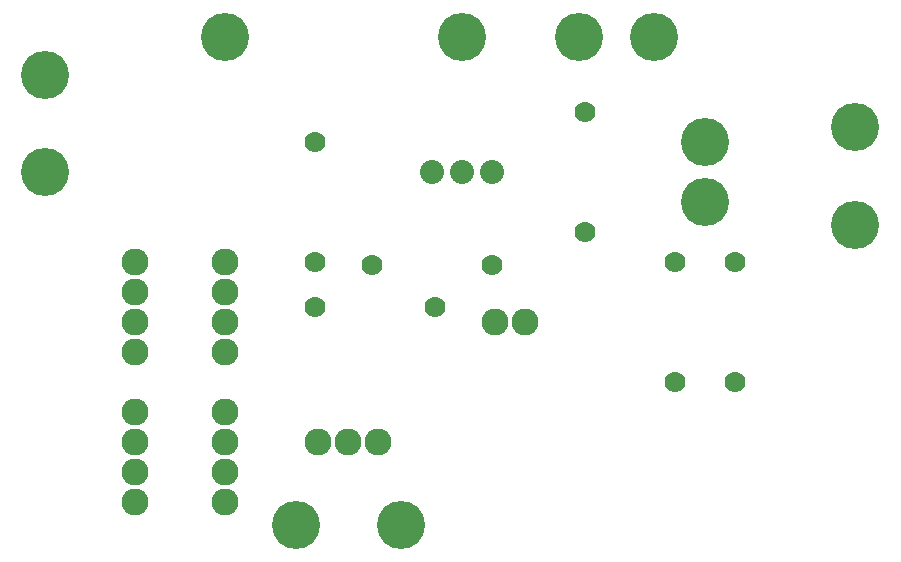
<source format=gbr>
%FSLAX23Y23*%
%MOIN*%
G04 EasyPC Gerber Version 17.0 Build 3379 *
%ADD20C,0.07000*%
%ADD71C,0.08000*%
%ADD70C,0.09000*%
%ADD19C,0.16000*%
X0Y0D02*
D02*
D19*
X203Y1403D03*
Y1728D03*
X803Y1853D03*
X1038Y228D03*
X1388D03*
X1593Y1853D03*
X1983D03*
X2233D03*
X2403Y1303D03*
Y1503D03*
X2903Y1228D03*
Y1553D03*
D02*
D70*
X502Y303D03*
Y403D03*
Y502D03*
Y603D03*
Y803D03*
Y903D03*
Y1002D03*
Y1103D03*
X803Y303D03*
Y403D03*
Y502D03*
Y603D03*
Y803D03*
Y903D03*
Y1002D03*
Y1103D03*
X1113Y502D03*
X1213D03*
X1313D03*
X1703Y903D03*
X1803D03*
D02*
D71*
X1493Y1403D03*
X1593D03*
X1692D03*
D02*
D20*
X1103Y953D03*
Y1103D03*
Y1503D03*
X1293Y1093D03*
X1503Y953D03*
X1692Y1093D03*
X2003Y1202D03*
Y1603D03*
X2303Y703D03*
Y1103D03*
X2503Y703D03*
Y1103D03*
X0Y0D02*
M02*

</source>
